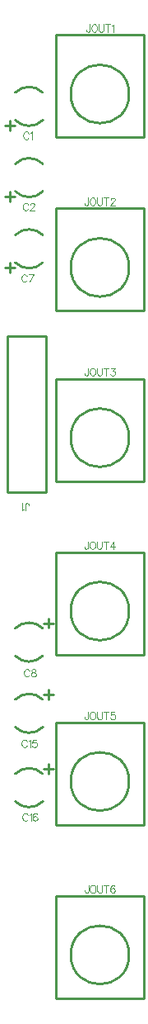
<source format=gbr>
G04 DipTrace 4.0.0.5*
G04 TopSilk.gbr*
%MOIN*%
G04 #@! TF.FileFunction,Legend,Top*
G04 #@! TF.Part,Single*
%ADD10C,0.009843*%
%ADD42C,0.003281*%
%FSLAX26Y26*%
G04*
G70*
G90*
G75*
G01*
G04 TopSilk*
%LPD*%
X395737Y4217121D2*
D10*
X435107Y4217123D1*
X415423Y4197437D2*
X415421Y4236807D1*
X438483Y4238021D2*
G03X549839Y4238026I55675J55679D01*
G01*
X549833Y4349380D2*
G03X438478Y4349375I-55675J-55679D01*
G01*
X395736Y3642122D2*
X435106Y3642123D1*
X415422Y3622438D2*
X415421Y3661808D1*
X438482Y3663021D2*
G03X549838Y3663025I55676J55678D01*
G01*
X549834Y3774379D2*
G03X438479Y3774376I-55676J-55678D01*
G01*
X592583Y1920278D2*
X553213Y1920277D1*
X572897Y1939962D2*
X572898Y1900592D1*
X549837Y1899379D2*
G03X438481Y1899376I-55676J-55678D01*
G01*
X438484Y1788022D2*
G03X549839Y1788025I55676J55678D01*
G01*
X395737Y3929621D2*
X435107Y3929623D1*
X415423Y3909937D2*
X415421Y3949307D1*
X438483Y3950521D2*
G03X549839Y3950526I55675J55679D01*
G01*
X549833Y4061880D2*
G03X438478Y4061875I-55675J-55679D01*
G01*
X592583Y2207778D2*
X553213Y2207777D1*
X572897Y2227462D2*
X572898Y2188092D1*
X549837Y2186879D2*
G03X438481Y2186876I-55676J-55678D01*
G01*
X438484Y2075522D2*
G03X549839Y2075525I55676J55678D01*
G01*
X592583Y1620278D2*
X553213Y1620277D1*
X572897Y1639962D2*
X572898Y1600592D1*
X549837Y1599379D2*
G03X438481Y1599376I-55676J-55678D01*
G01*
X438484Y1488022D2*
G03X549839Y1488025I55676J55678D01*
G01*
X562663Y2735000D2*
Y3364921D1*
X405183D1*
Y2735000D1*
X562663D1*
X604494Y4581446D2*
Y4168077D1*
X958825D1*
Y4581446D1*
X604494D1*
X663549Y4343701D2*
G02X663549Y4343701I118110J0D01*
G01*
X604494Y3881446D2*
Y3468077D1*
X958825D1*
Y3881446D1*
X604494D1*
X663549Y3643701D2*
G02X663549Y3643701I118110J0D01*
G01*
X604494Y3193946D2*
Y2780577D1*
X958825D1*
Y3193946D1*
X604494D1*
X663549Y2956201D2*
G02X663549Y2956201I118110J0D01*
G01*
X604494Y2493946D2*
Y2080577D1*
X958825D1*
Y2493946D1*
X604494D1*
X663549Y2256201D2*
G02X663549Y2256201I118110J0D01*
G01*
X604494Y1806446D2*
Y1393077D1*
X958825D1*
Y1806446D1*
X604494D1*
X663549Y1568701D2*
G02X663549Y1568701I118110J0D01*
G01*
X604494Y1106446D2*
Y693077D1*
X958825D1*
Y1106446D1*
X604494D1*
X663549Y868701D2*
G02X663549Y868701I118110J0D01*
G01*
X492730Y4184305D2*
D42*
X491304Y4187157D1*
X488419Y4190042D1*
X485567Y4191468D1*
X479830Y4191467D1*
X476945Y4190041D1*
X474093Y4187156D1*
X472634Y4184304D1*
X471208Y4179993D1*
Y4172797D1*
X472635Y4168519D1*
X474094Y4165634D1*
X476946Y4162782D1*
X479831Y4161323D1*
X485568Y4161324D1*
X488420Y4162783D1*
X491305Y4165635D1*
X492731Y4168520D1*
X499292Y4185698D2*
X502177Y4187157D1*
X506487Y4191435D1*
X506489Y4161325D1*
X485101Y3608127D2*
X483675Y3610979D1*
X480790Y3613864D1*
X477938Y3615290D1*
X472201D1*
X469316Y3613864D1*
X466464Y3610979D1*
X465005Y3608127D1*
X463580Y3603816D1*
Y3596620D1*
X465006Y3592342D1*
X466465Y3589457D1*
X469317Y3586605D1*
X472202Y3585146D1*
X477939D1*
X480791Y3586605D1*
X483676Y3589457D1*
X485102Y3592342D1*
X497401Y3585147D2*
X511759Y3615258D1*
X491663Y3615257D1*
X485863Y1730141D2*
X484437Y1732992D1*
X481551Y1735877D1*
X478700Y1737303D1*
X472963D1*
X470078Y1735877D1*
X467226Y1732992D1*
X465767Y1730140D1*
X464341Y1725829D1*
Y1718633D1*
X465767Y1714355D1*
X467226Y1711470D1*
X470078Y1708618D1*
X472963Y1707159D1*
X478700D1*
X481552Y1708619D1*
X484437Y1711471D1*
X485863Y1714356D1*
X492424Y1731534D2*
X495309Y1732993D1*
X499620Y1737271D1*
X499621Y1707160D1*
X523393Y1737271D2*
X509067D1*
X507641Y1724371D1*
X509067Y1725797D1*
X513378Y1727256D1*
X517656D1*
X521967Y1725797D1*
X524852Y1722946D1*
X526278Y1718635D1*
Y1715783D1*
X524853Y1711472D1*
X521968Y1708586D1*
X517657Y1707160D1*
X513379D1*
X509068Y1708586D1*
X507642Y1710045D1*
X506183Y1712897D1*
X490994Y3896805D2*
X489568Y3899657D1*
X486683Y3902542D1*
X483831Y3903968D1*
X478094Y3903967D1*
X475209Y3902541D1*
X472357Y3899656D1*
X470898Y3896804D1*
X469472Y3892493D1*
Y3885297D1*
X470899Y3881019D1*
X472358Y3878134D1*
X475210Y3875282D1*
X478095Y3873823D1*
X483832Y3873824D1*
X486684Y3875283D1*
X489569Y3878135D1*
X490995Y3881020D1*
X499015Y3896772D2*
Y3898198D1*
X500440Y3901083D1*
X501866Y3902509D1*
X504751Y3903935D1*
X510488Y3903936D1*
X513340Y3902510D1*
X514766Y3901084D1*
X516226Y3898199D1*
Y3895347D1*
X514767Y3892462D1*
X511915Y3888184D1*
X497557Y3873824D1*
X517653Y3873825D1*
X495538Y2014861D2*
X494112Y2017713D1*
X491227Y2020598D1*
X488375Y2022024D1*
X482638D1*
X479753Y2020598D1*
X476901Y2017713D1*
X475442Y2014861D1*
X474016Y2010550D1*
Y2003354D1*
X475442Y1999076D1*
X476901Y1996191D1*
X479753Y1993339D1*
X482638Y1991880D1*
X488375D1*
X491227Y1993339D1*
X494112Y1996191D1*
X495538Y1999076D1*
X509262Y2021991D2*
X504984Y2020565D1*
X503525Y2017713D1*
Y2014828D1*
X504985Y2011977D1*
X507836Y2010517D1*
X513574Y2009092D1*
X517885Y2007666D1*
X520737Y2004781D1*
X522163Y2001929D1*
Y1997618D1*
X520737Y1994766D1*
X519311Y1993307D1*
X515000Y1991881D1*
X509263D1*
X504985Y1993306D1*
X503526Y1994766D1*
X502100Y1997617D1*
Y2001928D1*
X503526Y2004780D1*
X506411Y2007666D1*
X510688Y2009092D1*
X516425Y2010518D1*
X519310Y2011977D1*
X520736Y2014829D1*
Y2017714D1*
X519310Y2020566D1*
X514999Y2021992D1*
X509262Y2021991D1*
X489372Y1432920D2*
X487946Y1435772D1*
X485060Y1438657D1*
X482209Y1440083D1*
X476472D1*
X473587Y1438657D1*
X470735Y1435772D1*
X469276Y1432920D1*
X467850Y1428609D1*
Y1421413D1*
X469276Y1417135D1*
X470735Y1414250D1*
X473587Y1411398D1*
X476472Y1409939D1*
X482209D1*
X485061Y1411398D1*
X487946Y1414250D1*
X489372Y1417135D1*
X495933Y1434313D2*
X498818Y1435772D1*
X503129Y1440050D1*
X503130Y1409940D1*
X526902Y1435773D2*
X525476Y1438625D1*
X521165Y1440051D1*
X518313D1*
X514002Y1438625D1*
X511117Y1434314D1*
X509691Y1427151D1*
Y1419988D1*
X511118Y1414251D1*
X514003Y1411366D1*
X518314Y1409940D1*
X519740D1*
X524018Y1411366D1*
X526903Y1414251D1*
X528328Y1418562D1*
Y1419988D1*
X526902Y1424299D1*
X524017Y1427151D1*
X519739Y1428577D1*
X518313D1*
X514002Y1427151D1*
X511117Y1424299D1*
X509691Y1419988D1*
X478701Y2662214D2*
Y2685162D1*
X480127Y2689473D1*
X481586Y2690899D1*
X484438Y2692358D1*
X487323D1*
X490175Y2690899D1*
X491601Y2689473D1*
X493060Y2685162D1*
Y2682310D1*
X472139Y2667984D2*
X469254Y2666525D1*
X464943Y2662247D1*
Y2692358D1*
X740547Y4624705D2*
Y4601757D1*
X739121Y4597446D1*
X737662Y4596020D1*
X734810Y4594561D1*
X731925D1*
X729073Y4596020D1*
X727648Y4597446D1*
X726188Y4601757D1*
Y4604609D1*
X755731Y4624705D2*
X752846Y4623279D1*
X749994Y4620394D1*
X748535Y4617542D1*
X747109Y4613231D1*
Y4606035D1*
X748535Y4601757D1*
X749994Y4598872D1*
X752846Y4596020D1*
X755731Y4594561D1*
X761468D1*
X764320Y4596020D1*
X767205Y4598872D1*
X768631Y4601757D1*
X770057Y4606035D1*
Y4613231D1*
X768631Y4617542D1*
X767205Y4620394D1*
X764320Y4623279D1*
X761468Y4624705D1*
X755731D1*
X776619D2*
Y4603183D1*
X778045Y4598872D1*
X780930Y4596020D1*
X785241Y4594561D1*
X788093D1*
X792404Y4596020D1*
X795289Y4598872D1*
X796715Y4603183D1*
Y4624705D1*
X813324D2*
Y4594561D1*
X803276Y4624705D2*
X823372D1*
X829934Y4618934D2*
X832819Y4620394D1*
X837130Y4624671D1*
Y4594561D1*
X734097Y3924705D2*
Y3901757D1*
X732672Y3897446D1*
X731212Y3896020D1*
X728360Y3894561D1*
X725475D1*
X722624Y3896020D1*
X721198Y3897446D1*
X719738Y3901757D1*
Y3904609D1*
X749281Y3924705D2*
X746396Y3923279D1*
X743544Y3920394D1*
X742085Y3917542D1*
X740659Y3913231D1*
Y3906035D1*
X742085Y3901757D1*
X743544Y3898872D1*
X746396Y3896020D1*
X749281Y3894561D1*
X755018D1*
X757870Y3896020D1*
X760755Y3898872D1*
X762181Y3901757D1*
X763607Y3906035D1*
Y3913231D1*
X762181Y3917542D1*
X760755Y3920394D1*
X757870Y3923279D1*
X755018Y3924705D1*
X749281D1*
X770169D2*
Y3903183D1*
X771595Y3898872D1*
X774480Y3896020D1*
X778791Y3894561D1*
X781643D1*
X785954Y3896020D1*
X788839Y3898872D1*
X790265Y3903183D1*
Y3924705D1*
X806874D2*
Y3894561D1*
X796826Y3924705D2*
X816922D1*
X824943Y3917508D2*
Y3918934D1*
X826369Y3921820D1*
X827795Y3923245D1*
X830680Y3924671D1*
X836417D1*
X839269Y3923245D1*
X840695Y3921820D1*
X842154Y3918934D1*
Y3916083D1*
X840695Y3913197D1*
X837843Y3908920D1*
X823484Y3894561D1*
X843580D1*
X734097Y3237205D2*
Y3214257D1*
X732672Y3209946D1*
X731212Y3208520D1*
X728360Y3207061D1*
X725475D1*
X722624Y3208520D1*
X721198Y3209946D1*
X719738Y3214257D1*
Y3217109D1*
X749281Y3237205D2*
X746396Y3235779D1*
X743544Y3232894D1*
X742085Y3230042D1*
X740659Y3225731D1*
Y3218535D1*
X742085Y3214257D1*
X743544Y3211372D1*
X746396Y3208520D1*
X749281Y3207061D1*
X755018D1*
X757870Y3208520D1*
X760755Y3211372D1*
X762181Y3214257D1*
X763607Y3218535D1*
Y3225731D1*
X762181Y3230042D1*
X760755Y3232894D1*
X757870Y3235779D1*
X755018Y3237205D1*
X749281D1*
X770169D2*
Y3215683D1*
X771595Y3211372D1*
X774480Y3208520D1*
X778791Y3207061D1*
X781643D1*
X785954Y3208520D1*
X788839Y3211372D1*
X790265Y3215683D1*
Y3237205D1*
X806874D2*
Y3207061D1*
X796826Y3237205D2*
X816922D1*
X826369Y3237171D2*
X842121D1*
X833532Y3225697D1*
X837843D1*
X840695Y3224272D1*
X842121Y3222846D1*
X843580Y3218535D1*
Y3215683D1*
X842121Y3211372D1*
X839269Y3208487D1*
X834958Y3207061D1*
X830647D1*
X826369Y3208487D1*
X824943Y3209946D1*
X823484Y3212798D1*
X733384Y2537205D2*
Y2514257D1*
X731959Y2509946D1*
X730499Y2508520D1*
X727648Y2507061D1*
X724762D1*
X721911Y2508520D1*
X720485Y2509946D1*
X719025Y2514257D1*
Y2517109D1*
X748568Y2537205D2*
X745683Y2535779D1*
X742831Y2532894D1*
X741372Y2530042D1*
X739946Y2525731D1*
Y2518535D1*
X741372Y2514257D1*
X742831Y2511372D1*
X745683Y2508520D1*
X748568Y2507061D1*
X754305D1*
X757157Y2508520D1*
X760042Y2511372D1*
X761468Y2514257D1*
X762894Y2518535D1*
Y2525731D1*
X761468Y2530042D1*
X760042Y2532894D1*
X757157Y2535779D1*
X754305Y2537205D1*
X748568D1*
X769456D2*
Y2515683D1*
X770882Y2511372D1*
X773767Y2508520D1*
X778078Y2507061D1*
X780930D1*
X785241Y2508520D1*
X788126Y2511372D1*
X789552Y2515683D1*
Y2537205D1*
X806161D2*
Y2507061D1*
X796113Y2537205D2*
X816209D1*
X837130Y2507061D2*
Y2537171D1*
X822771Y2517109D1*
X844293D1*
X734097Y1849705D2*
Y1826757D1*
X732672Y1822446D1*
X731212Y1821020D1*
X728360Y1819561D1*
X725475D1*
X722624Y1821020D1*
X721198Y1822446D1*
X719738Y1826757D1*
Y1829609D1*
X749281Y1849705D2*
X746396Y1848279D1*
X743544Y1845394D1*
X742085Y1842542D1*
X740659Y1838231D1*
Y1831035D1*
X742085Y1826757D1*
X743544Y1823872D1*
X746396Y1821020D1*
X749281Y1819561D1*
X755018D1*
X757870Y1821020D1*
X760755Y1823872D1*
X762181Y1826757D1*
X763607Y1831035D1*
Y1838231D1*
X762181Y1842542D1*
X760755Y1845394D1*
X757870Y1848279D1*
X755018Y1849705D1*
X749281D1*
X770169D2*
Y1828183D1*
X771595Y1823872D1*
X774480Y1821020D1*
X778791Y1819561D1*
X781643D1*
X785954Y1821020D1*
X788839Y1823872D1*
X790265Y1828183D1*
Y1849705D1*
X806874D2*
Y1819561D1*
X796826Y1849705D2*
X816922D1*
X840695Y1849671D2*
X826369D1*
X824943Y1836772D1*
X826369Y1838197D1*
X830680Y1839657D1*
X834958D1*
X839269Y1838197D1*
X842154Y1835346D1*
X843580Y1831035D1*
Y1828183D1*
X842154Y1823872D1*
X839269Y1820987D1*
X834958Y1819561D1*
X830680D1*
X826369Y1820987D1*
X824943Y1822446D1*
X823484Y1825298D1*
X734827Y1149705D2*
Y1126757D1*
X733401Y1122446D1*
X731942Y1121020D1*
X729090Y1119561D1*
X726205D1*
X723353Y1121020D1*
X721927Y1122446D1*
X720468Y1126757D1*
Y1129609D1*
X750011Y1149705D2*
X747126Y1148279D1*
X744274Y1145394D1*
X742815Y1142542D1*
X741389Y1138231D1*
Y1131035D1*
X742815Y1126757D1*
X744274Y1123872D1*
X747126Y1121020D1*
X750011Y1119561D1*
X755748D1*
X758600Y1121020D1*
X761485Y1123872D1*
X762911Y1126757D1*
X764337Y1131035D1*
Y1138231D1*
X762911Y1142542D1*
X761485Y1145394D1*
X758600Y1148279D1*
X755748Y1149705D1*
X750011D1*
X770898D2*
Y1128183D1*
X772324Y1123872D1*
X775209Y1121020D1*
X779520Y1119561D1*
X782372D1*
X786683Y1121020D1*
X789568Y1123872D1*
X790994Y1128183D1*
Y1149705D1*
X807604D2*
Y1119561D1*
X797556Y1149705D2*
X817652D1*
X841425Y1145394D2*
X839999Y1148245D1*
X835688Y1149671D1*
X832836D1*
X828525Y1148245D1*
X825640Y1143934D1*
X824214Y1136772D1*
Y1129609D1*
X825640Y1123872D1*
X828525Y1120987D1*
X832836Y1119561D1*
X834262D1*
X838540Y1120987D1*
X841425Y1123872D1*
X842851Y1128183D1*
Y1129609D1*
X841425Y1133920D1*
X838540Y1136772D1*
X834262Y1138197D1*
X832836D1*
X828525Y1136772D1*
X825640Y1133920D1*
X824214Y1129609D1*
M02*

</source>
